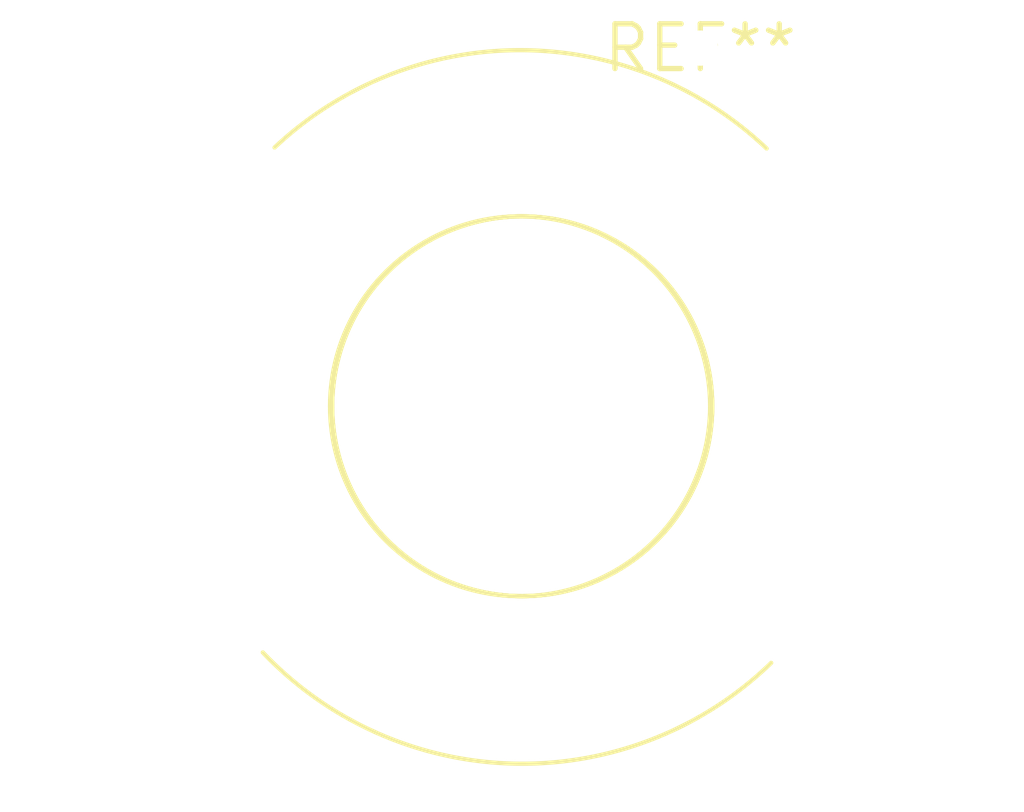
<source format=kicad_pcb>
(kicad_pcb (version 20240108) (generator pcbnew)
  (layers (0 "F.Cu" signal) (31 "B.Cu" signal) (34 "B.Paste" user) (35 "F.Paste" user) (36 "B.SilkS" user "B.Silkscreen") (37 "F.SilkS" user "F.Silkscreen") (38 "B.Mask" user) (39 "F.Mask" user) (44 "Edge.Cuts" user))
  (net 0 "")
  (footprint "Valve_Mini_G" (layer "F.Cu") (at 0 0)
    (property "Reference" "REF**")
    (property "Value" "Valve_Mini_G")
    (fp_arc (start -12.07 2.82) (mid -5.089383 0.058484) (end 1.87996 2.848331) (layer "F.SilkS") (stroke (width 0.12)))
    (fp_arc (start 2.01 17.44) (mid -5.258654 20.298958) (end -12.403532 17.143378) (layer "F.SilkS") (stroke (width 0.12)))
    (fp_circle (center -5.11 10.16) (end -8.92 13.97) (layer "F.SilkS") (stroke (width 0.12)) (fill none))
    (fp_circle (center -5.05 10.16) (end -1.24 13.97) (layer "F.SilkS") (stroke (width 0.12)) (fill none))
    (fp_circle (center -5.05 10.16) (end -1.24 13.97) (layer "F.SilkS") (stroke (width 0.12)) (fill none))
    (fp_circle (center -5.05 10.16) (end -1.24 13.97) (layer "F.SilkS") (stroke (width 0.12)) (fill none))
    (pad "" thru_hole circle (at -16.51 10.16) (size 5 5) (drill 4) (layers *.Cu *.Mask) (remove_unused_layers))
    (pad "" thru_hole circle (at 6.35 10.16) (size 5 5) (drill 4) (layers *.Cu *.Mask) (remove_unused_layers))
    (pad "1" thru_hole rect (at 0 0) (size 1.78 1.78) (drill 1) (layers *.Cu *.Mask) (remove_unused_layers))
    (pad "2" thru_hole circle (at -10.16 0) (size 1.78 1.78) (drill 1) (layers *.Cu *.Mask) (remove_unused_layers))
    (pad "3" thru_hole circle (at -16.51 5.08) (size 1.78 1.78) (drill 1) (layers *.Cu *.Mask) (remove_unused_layers))
    (pad "4" thru_hole circle (at -16.51 15.24) (size 1.78 1.78) (drill 1) (layers *.Cu *.Mask) (remove_unused_layers))
    (pad "5" thru_hole circle (at -10.16 20.32) (size 1.78 1.78) (drill 1) (layers *.Cu *.Mask) (remove_unused_layers))
    (pad "6" thru_hole circle (at 0 20.32) (size 1.78 1.78) (drill 1) (layers *.Cu *.Mask) (remove_unused_layers))
    (pad "7" thru_hole circle (at 6.35 15.24) (size 1.78 1.78) (drill 1) (layers *.Cu *.Mask) (remove_unused_layers))
  )
)
</source>
